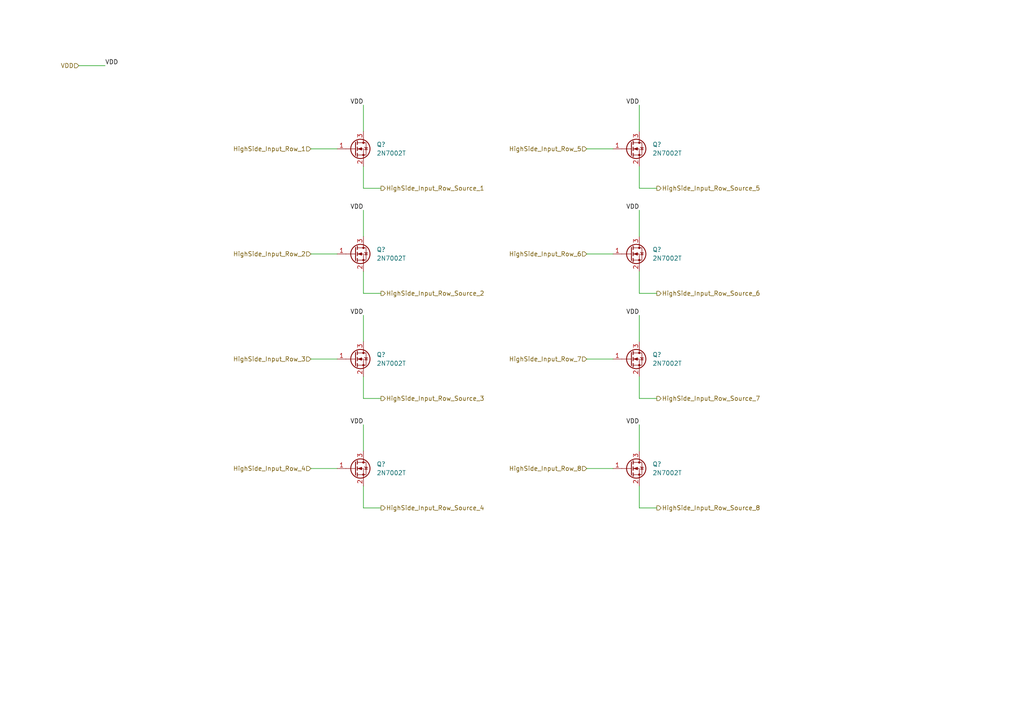
<source format=kicad_sch>
(kicad_sch (version 20230121) (generator eeschema)
  (paper "A4")
  (lib_symbols
    (symbol "Device:Q_NMOS_GSD" (pin_names (offset 0) hide)
      (property "Reference" "Q" (at 5.08 1.27 0))
      (property "Value" "Q_NMOS_GSD" (at 5.08 -1.27 0))
      (symbol "Q_NMOS_GSD_0_1"
        (polyline (pts (xy 0.254 0) (xy -2.54 0)))
        (polyline (pts (xy 0.254 1.905) (xy 0.254 -1.905)) (stroke (width 0.254)))
        (polyline (pts (xy 0.762 -1.27) (xy 0.762 -2.286)) (stroke (width 0.254)))
        (polyline (pts (xy 0.762 0.508) (xy 0.762 -0.508)) (stroke (width 0.254)))
        (polyline (pts (xy 0.762 2.286) (xy 0.762 1.27)) (stroke (width 0.254)))
        (polyline (pts (xy 2.54 2.54) (xy 2.54 1.778)))
        (polyline (pts (xy 2.54 -2.54) (xy 2.54 0) (xy 0.762 0)))
        (polyline (pts (xy 0.762 -1.778) (xy 3.302 -1.778) (xy 3.302 1.778) (xy 0.762 1.778)))
        (polyline (pts (xy 1.016 0) (xy 2.032 0.381) (xy 2.032 -0.381) (xy 1.016 0)) (fill (type outline)))
        (polyline (pts (xy 2.794 0.508) (xy 2.921 0.381) (xy 3.683 0.381) (xy 3.81 0.254)))
        (polyline (pts (xy 3.302 0.381) (xy 2.921 -0.254) (xy 3.683 -0.254) (xy 3.302 0.381)))
        (circle (center 1.651 0) (radius 2.794) (stroke (width 0.254)))
        (circle (center 2.54 -1.778) (radius 0.254) (fill (type outline)))
        (circle (center 2.54 1.778) (radius 0.254) (fill (type outline)))
      )
      (symbol "Q_NMOS_GSD_1_1"
        (pin input line (at -5.08 0 0) (length 2.54) (name "G") (number "1"))
        (pin passive line (at 2.54 -5.08 90) (length 2.54) (name "S") (number "2"))
        (pin passive line (at 2.54 5.08 270) (length 2.54) (name "D") (number "3"))
      )
    )
  )
  (wire (pts (xy 105.41 68.58) (xy 105.41 60.96)))
  (wire (pts (xy 185.42 99.06) (xy 185.42 91.44)))
  (wire (pts (xy 190.5 54.61) (xy 185.42 54.61)))
  (wire (pts (xy 110.49 115.57) (xy 105.41 115.57)))
  (wire (pts (xy 110.49 147.32) (xy 105.41 147.32)))
  (wire (pts (xy 105.41 85.09) (xy 105.41 78.74)))
  (wire (pts (xy 105.41 99.06) (xy 105.41 91.44)))
  (wire (pts (xy 105.41 147.32) (xy 105.41 140.97)))
  (wire (pts (xy 185.42 85.09) (xy 185.42 78.74)))
  (wire (pts (xy 190.5 85.09) (xy 185.42 85.09)))
  (wire (pts (xy 110.49 54.61) (xy 105.41 54.61)))
  (wire (pts (xy 177.8 135.89) (xy 170.18 135.89)))
  (wire (pts (xy 177.8 104.14) (xy 170.18 104.14)))
  (wire (pts (xy 105.41 38.1) (xy 105.41 30.48)))
  (wire (pts (xy 185.42 38.1) (xy 185.42 30.48)))
  (wire (pts (xy 22.86 19.05) (xy 30.48 19.05)))
  (wire (pts (xy 177.8 73.66) (xy 170.18 73.66)))
  (wire (pts (xy 177.8 43.18) (xy 170.18 43.18)))
  (wire (pts (xy 185.42 147.32) (xy 185.42 140.97)))
  (wire (pts (xy 185.42 115.57) (xy 185.42 109.22)))
  (wire (pts (xy 185.42 68.58) (xy 185.42 60.96)))
  (wire (pts (xy 105.41 130.81) (xy 105.41 123.19)))
  (wire (pts (xy 97.79 135.89) (xy 90.17 135.89)))
  (wire (pts (xy 190.5 147.32) (xy 185.42 147.32)))
  (wire (pts (xy 97.79 73.66) (xy 90.17 73.66)))
  (wire (pts (xy 97.79 43.18) (xy 90.17 43.18)))
  (wire (pts (xy 110.49 85.09) (xy 105.41 85.09)))
  (wire (pts (xy 105.41 115.57) (xy 105.41 109.22)))
  (wire (pts (xy 185.42 130.81) (xy 185.42 123.19)))
  (wire (pts (xy 185.42 54.61) (xy 185.42 48.26)))
  (wire (pts (xy 190.5 115.57) (xy 185.42 115.57)))
  (wire (pts (xy 105.41 54.61) (xy 105.41 48.26)))
  (wire (pts (xy 97.79 104.14) (xy 90.17 104.14)))
  (label "VDD" (at 185.42 60.96 180))
  (label "VDD" (at 105.41 91.44 180))
  (label "VDD" (at 185.42 91.44 180))
  (label "VDD" (at 185.42 30.48 180))
  (label "VDD" (at 105.41 60.96 180))
  (label "VDD" (at 105.41 123.19 180))
  (label "VDD" (at 30.48 19.05 0))
  (label "VDD" (at 105.41 30.48 180))
  (label "VDD" (at 185.42 123.19 180))
  (hierarchical_label "HighSide_Input_Row_Source_8" (shape output) (at 190.5 147.32 0))
  (hierarchical_label "HighSide_Input_Row_2" (shape input) (at 90.17 73.66 180))
  (hierarchical_label "HighSide_Input_Row_Source_2" (shape output) (at 110.49 85.09 0))
  (hierarchical_label "HighSide_Input_Row_6" (shape input) (at 170.18 73.66 180))
  (hierarchical_label "HighSide_Input_Row_Source_6" (shape output) (at 190.5 85.09 0))
  (hierarchical_label "HighSide_Input_Row_Source_7" (shape output) (at 190.5 115.57 0))
  (hierarchical_label "HighSide_Input_Row_3" (shape input) (at 90.17 104.14 180))
  (hierarchical_label "HighSide_Input_Row_Source_4" (shape output) (at 110.49 147.32 0))
  (hierarchical_label "HighSide_Input_Row_1" (shape input) (at 90.17 43.18 180))
  (hierarchical_label "HighSide_Input_Row_4" (shape input) (at 90.17 135.89 180))
  (hierarchical_label "HighSide_Input_Row_7" (shape input) (at 170.18 104.14 180))
  (hierarchical_label "HighSide_Input_Row_Source_3" (shape output) (at 110.49 115.57 0))
  (hierarchical_label "HighSide_Input_Row_5" (shape input) (at 170.18 43.18 180))
  (hierarchical_label "HighSide_Input_Row_Source_1" (shape output) (at 110.49 54.61 0))
  (hierarchical_label "VDD" (shape input) (at 22.86 19.05 180))
  (hierarchical_label "HighSide_Input_Row_8" (shape input) (at 170.18 135.89 180))
  (hierarchical_label "HighSide_Input_Row_Source_5" (shape output) (at 190.5 54.61 0))
  (symbol (lib_id "Device:Q_NMOS_GSD") (at 182.88 73.66 0) (unit 1)
    (property "Reference" "Q?" (at 189.23 72.39 0) (effects (justify left)))
    (property "Value" "2N7002T" (at 189.23 74.93 0) (effects (justify left)))
    (property "Footprint" "Package_TO_SOT_SMD:SOT-523" (effects hide))
  )
  (symbol (lib_id "Device:Q_NMOS_GSD") (at 182.88 135.89 0) (unit 1)
    (property "Reference" "Q?" (at 189.23 134.62 0) (effects (justify left)))
    (property "Value" "2N7002T" (at 189.23 137.16 0) (effects (justify left)))
    (property "Footprint" "Package_TO_SOT_SMD:SOT-523" (effects hide))
  )
  (symbol (lib_id "Device:Q_NMOS_GSD") (at 182.88 104.14 0) (unit 1)
    (property "Reference" "Q?" (at 189.23 102.87 0) (effects (justify left)))
    (property "Value" "2N7002T" (at 189.23 105.41 0) (effects (justify left)))
    (property "Footprint" "Package_TO_SOT_SMD:SOT-523" (effects hide))
  )
  (symbol (lib_id "Device:Q_NMOS_GSD") (at 102.87 135.89 0) (unit 1)
    (property "Reference" "Q?" (at 109.22 134.62 0) (effects (justify left)))
    (property "Value" "2N7002T" (at 109.22 137.16 0) (effects (justify left)))
    (property "Footprint" "Package_TO_SOT_SMD:SOT-523" (effects hide))
  )
  (symbol (lib_id "Device:Q_NMOS_GSD") (at 102.87 73.66 0) (unit 1)
    (property "Reference" "Q?" (at 109.22 72.39 0) (effects (justify left)))
    (property "Value" "2N7002T" (at 109.22 74.93 0) (effects (justify left)))
    (property "Footprint" "Package_TO_SOT_SMD:SOT-523" (effects hide))
  )
  (symbol (lib_id "Device:Q_NMOS_GSD") (at 182.88 43.18 0) (unit 1)
    (property "Reference" "Q?" (at 189.23 41.91 0) (effects (justify left)))
    (property "Value" "2N7002T" (at 189.23 44.45 0) (effects (justify left)))
    (property "Footprint" "Package_TO_SOT_SMD:SOT-523" (effects hide))
  )
  (symbol (lib_id "Device:Q_NMOS_GSD") (at 102.87 43.18 0) (unit 1)
    (property "Reference" "Q?" (at 109.22 41.91 0) (effects (justify left)))
    (property "Value" "2N7002T" (at 109.22 44.45 0) (effects (justify left)))
    (property "Footprint" "Package_TO_SOT_SMD:SOT-523" (effects hide))
  )
  (symbol (lib_id "Device:Q_NMOS_GSD") (at 102.87 104.14 0) (unit 1)
    (property "Reference" "Q?" (at 109.22 102.87 0) (effects (justify left)))
    (property "Value" "2N7002T" (at 109.22 105.41 0) (effects (justify left)))
    (property "Footprint" "Package_TO_SOT_SMD:SOT-523" (effects hide))
  )
)
</source>
